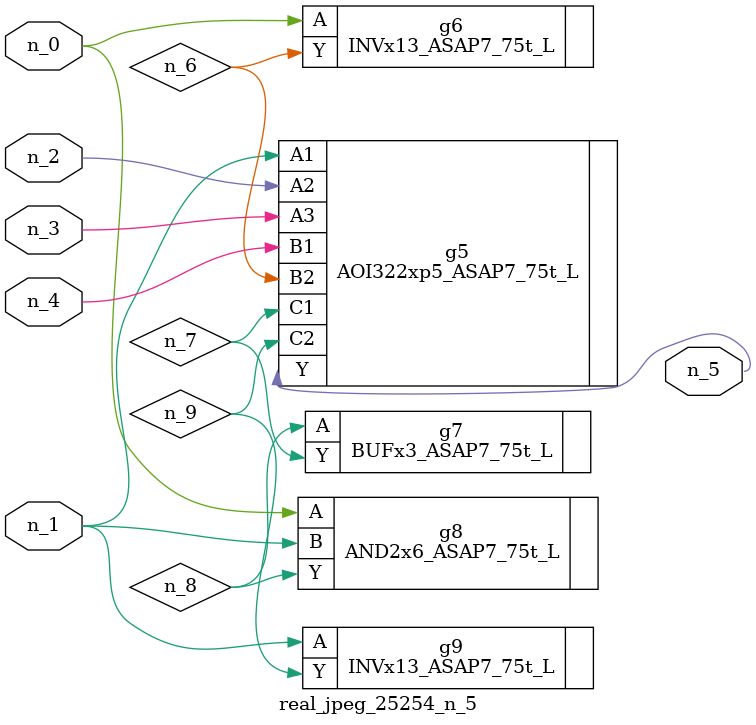
<source format=v>
module real_jpeg_25254_n_5 (n_4, n_0, n_1, n_2, n_3, n_5);

input n_4;
input n_0;
input n_1;
input n_2;
input n_3;

output n_5;

wire n_8;
wire n_6;
wire n_7;
wire n_9;

INVx13_ASAP7_75t_L g6 ( 
.A(n_0),
.Y(n_6)
);

AND2x6_ASAP7_75t_L g8 ( 
.A(n_0),
.B(n_1),
.Y(n_8)
);

AOI322xp5_ASAP7_75t_L g5 ( 
.A1(n_1),
.A2(n_2),
.A3(n_3),
.B1(n_4),
.B2(n_6),
.C1(n_7),
.C2(n_9),
.Y(n_5)
);

INVx13_ASAP7_75t_L g9 ( 
.A(n_1),
.Y(n_9)
);

BUFx3_ASAP7_75t_L g7 ( 
.A(n_8),
.Y(n_7)
);


endmodule
</source>
